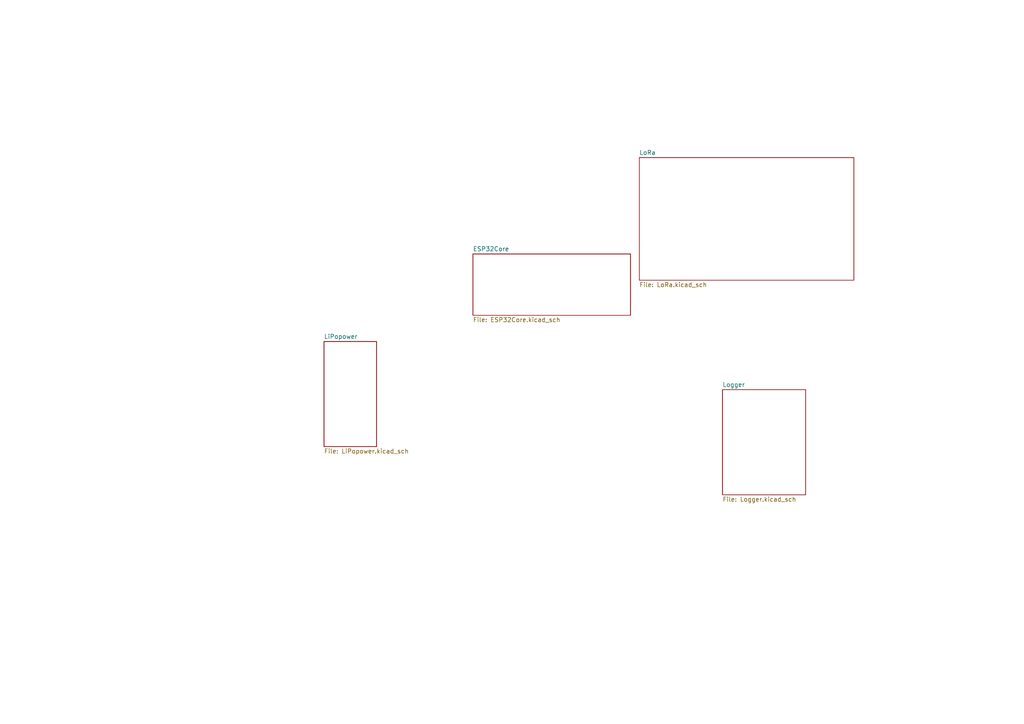
<source format=kicad_sch>
(kicad_sch
	(version 20231120)
	(generator "eeschema")
	(generator_version "8.0")
	(uuid "52d1bc60-6512-43cb-8972-9a300fe0bb85")
	(paper "A4")
	(lib_symbols)
	(sheet
		(at 209.55 113.03)
		(size 24.13 30.48)
		(fields_autoplaced yes)
		(stroke
			(width 0.1524)
			(type solid)
		)
		(fill
			(color 0 0 0 0.0000)
		)
		(uuid "0703e8be-06f0-4411-b89b-ebc78a0498b7")
		(property "Sheetname" "Logger"
			(at 209.55 112.3184 0)
			(effects
				(font
					(size 1.27 1.27)
				)
				(justify left bottom)
			)
		)
		(property "Sheetfile" "Logger.kicad_sch"
			(at 209.55 144.0946 0)
			(effects
				(font
					(size 1.27 1.27)
				)
				(justify left top)
			)
		)
		(instances
			(project "Rocket"
				(path "/52d1bc60-6512-43cb-8972-9a300fe0bb85"
					(page "4")
				)
			)
		)
	)
	(sheet
		(at 185.42 45.72)
		(size 62.23 35.56)
		(fields_autoplaced yes)
		(stroke
			(width 0.1524)
			(type solid)
		)
		(fill
			(color 0 0 0 0.0000)
		)
		(uuid "3e4c9d2b-4a3c-4f8d-90ed-c8decde9d239")
		(property "Sheetname" "LoRa"
			(at 185.42 45.0084 0)
			(effects
				(font
					(size 1.27 1.27)
				)
				(justify left bottom)
			)
		)
		(property "Sheetfile" "LoRa.kicad_sch"
			(at 185.42 81.8646 0)
			(effects
				(font
					(size 1.27 1.27)
				)
				(justify left top)
			)
		)
		(instances
			(project "Rocket"
				(path "/52d1bc60-6512-43cb-8972-9a300fe0bb85"
					(page "5")
				)
			)
		)
	)
	(sheet
		(at 93.98 99.06)
		(size 15.24 30.48)
		(fields_autoplaced yes)
		(stroke
			(width 0.1524)
			(type solid)
		)
		(fill
			(color 0 0 0 0.0000)
		)
		(uuid "75cdf08d-f503-4d9e-a62f-df8e2ff474cc")
		(property "Sheetname" "LiPopower"
			(at 93.98 98.3484 0)
			(effects
				(font
					(size 1.27 1.27)
				)
				(justify left bottom)
			)
		)
		(property "Sheetfile" "LiPopower.kicad_sch"
			(at 93.98 130.1246 0)
			(effects
				(font
					(size 1.27 1.27)
				)
				(justify left top)
			)
		)
		(instances
			(project "Rocket"
				(path "/52d1bc60-6512-43cb-8972-9a300fe0bb85"
					(page "3")
				)
			)
		)
	)
	(sheet
		(at 137.16 73.66)
		(size 45.72 17.78)
		(fields_autoplaced yes)
		(stroke
			(width 0.1524)
			(type solid)
		)
		(fill
			(color 0 0 0 0.0000)
		)
		(uuid "fca4fe5d-e28e-407e-819c-846715befa0a")
		(property "Sheetname" "ESP32Core"
			(at 137.16 72.9484 0)
			(effects
				(font
					(size 1.27 1.27)
				)
				(justify left bottom)
			)
		)
		(property "Sheetfile" "ESP32Core.kicad_sch"
			(at 137.16 92.0246 0)
			(effects
				(font
					(size 1.27 1.27)
				)
				(justify left top)
			)
		)
		(instances
			(project "Rocket"
				(path "/52d1bc60-6512-43cb-8972-9a300fe0bb85"
					(page "2")
				)
			)
		)
	)
	(sheet_instances
		(path "/"
			(page "1")
		)
	)
)

</source>
